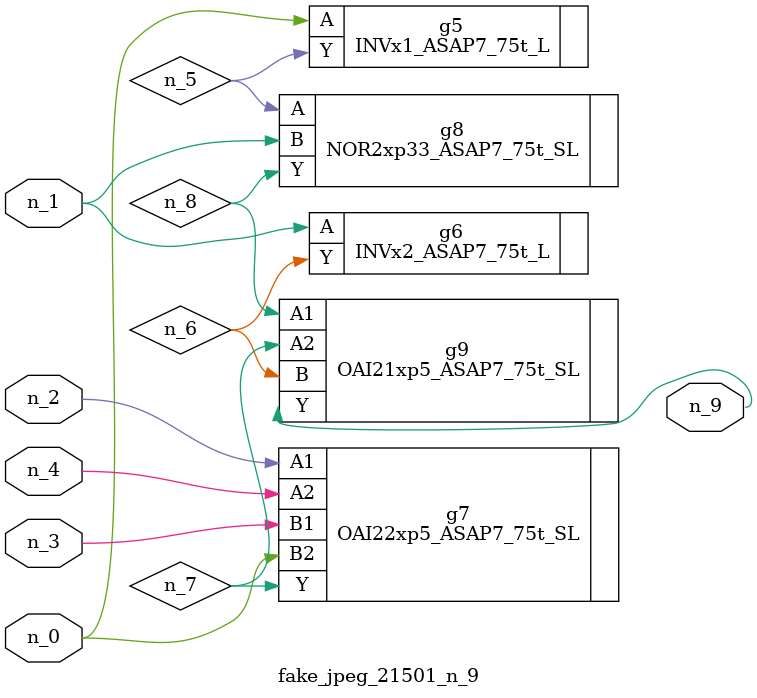
<source format=v>
module fake_jpeg_21501_n_9 (n_3, n_2, n_1, n_0, n_4, n_9);

input n_3;
input n_2;
input n_1;
input n_0;
input n_4;

output n_9;

wire n_8;
wire n_6;
wire n_5;
wire n_7;

INVx1_ASAP7_75t_L g5 ( 
.A(n_0),
.Y(n_5)
);

INVx2_ASAP7_75t_L g6 ( 
.A(n_1),
.Y(n_6)
);

OAI22xp5_ASAP7_75t_SL g7 ( 
.A1(n_2),
.A2(n_4),
.B1(n_3),
.B2(n_0),
.Y(n_7)
);

NOR2xp33_ASAP7_75t_SL g8 ( 
.A(n_5),
.B(n_1),
.Y(n_8)
);

OAI21xp5_ASAP7_75t_SL g9 ( 
.A1(n_8),
.A2(n_7),
.B(n_6),
.Y(n_9)
);


endmodule
</source>
